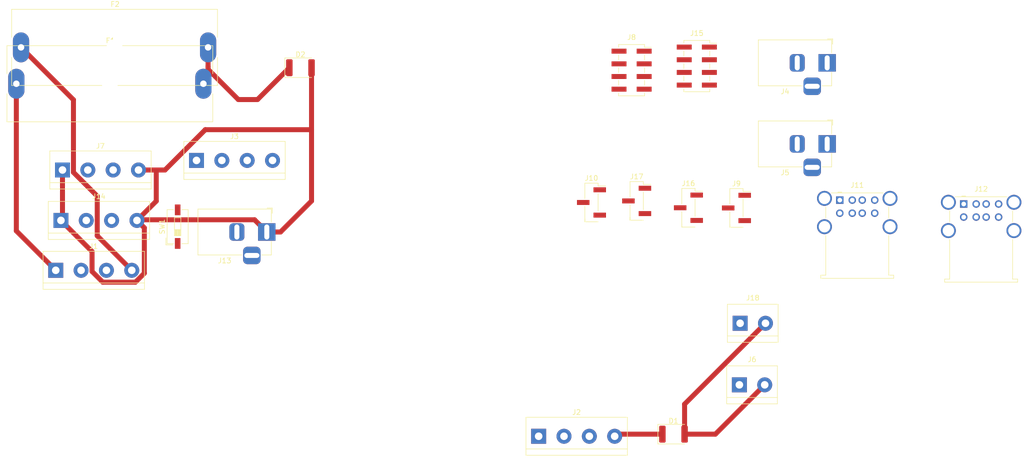
<source format=kicad_pcb>
(kicad_pcb (version 20211014) (generator pcbnew)
  (layers (0 "F.Cu" signal) (31 "B.Cu" signal) (34 "B.Paste" user) (35 "F.Paste" user) (36 "B.SilkS" user "B.Silkscreen") (37 "F.SilkS" user "F.Silkscreen") (38 "B.Mask" user) (39 "F.Mask" user) (44 "Edge.Cuts" user))
  (net 0 "")
  (net 1 "+12V")
  (net 2 "IN2")
  (net 3 "GND")
  (net 4 "RL_IS")
  (net 5 "IN1")
  (net 6 "PWM2")
  (net 7 "PWM3")
  (net 16 "LL_IS")
  (net 17 "LR_IS")
  (net 18 "PWM5")
  (net 19 "PWM4")
  (net 20 "-12V")
  (net 21 "OUT1")
  (net 22 "RR_IS")
  (net 23 "ENABLE")
  (net 24 "RLPWM")
  (net 25 "RRPWM")
  (net 26 "LLPWM")
  (net 27 "LRPWM")
  (net 28 "Net-(D2-Pad1)")
  (net 29 "Net-(D1-Pad2)")
  (net 30 "Net-(D2-Pad2)")
  (footprint "TerminalBlock:TerminalBlock_bornier-4_P5.08mm" (layer "F.Cu") (at 54.11 91.66)
    (fp_text reference "J1" (at 7.6 -4.8) (layer "F.SilkS"))
    (fp_text value "Battery")
    (fp_line (start 17.78 2.54) (end -2.54 2.54) (layer "F.SilkS") (width 0.12))
    (fp_line (start 17.78 3.81) (end 17.78 -3.81) (layer "F.SilkS") (width 0.12))
    (fp_line (start -2.54 -3.81) (end 17.78 -3.81) (layer "F.SilkS") (width 0.12))
    (fp_line (start -2.54 3.81) (end 17.78 3.81) (layer "F.SilkS") (width 0.12))
    (fp_line (start -2.54 -3.81) (end -2.54 3.81) (layer "F.SilkS") (width 0.12))
    (pad "1" thru_hole rect (at 0 0) (size 3 3) (drill 1.52) (layers *.Cu *.Mask) (net 1 "+12V"))
    (pad "2" thru_hole circle (at 5.08 0) (size 3 3) (drill 1.52) (layers *.Cu *.Mask) (net 20 "-12V"))
    (pad "3" thru_hole circle (at 10.16 0) (size 3 3) (drill 1.52) (layers *.Cu *.Mask) (net 20 "-12V"))
    (pad "4" thru_hole circle (at 15.24 0) (size 3 3) (drill 1.52) (layers *.Cu *.Mask) (net 1 "+12V"))
  )
  (footprint "Connector_BarrelJack:BarrelJack_Horizontal" (layer "F.Cu") (at 96.42 83.9825)
    (fp_text reference "J13" (at -8.45 5.75) (layer "F.SilkS"))
    (fp_text value "Charging")
    (fp_line (start -13.8 -4.6) (end 0.9 -4.6) (layer "F.SilkS") (width 0.12))
    (fp_line (start -13.8 4.6) (end -13.8 -4.6) (layer "F.SilkS") (width 0.12))
    (fp_line (start -5 4.6) (end -13.8 4.6) (layer "F.SilkS") (width 0.12))
    (fp_line (start 1.1 -3.75) (end 1.1 -4.8) (layer "F.SilkS") (width 0.12))
    (fp_line (start 0.9 1.9) (end 0.9 4.6) (layer "F.SilkS") (width 0.12))
    (fp_line (start 0.9 -4.6) (end 0.9 -2) (layer "F.SilkS") (width 0.12))
    (fp_line (start 0.05 -4.8) (end 1.1 -4.8) (layer "F.SilkS") (width 0.12))
    (fp_line (start 0.9 4.6) (end -1 4.6) (layer "F.SilkS") (width 0.12))
    (pad "1" thru_hole rect (at 0 0) (size 3.5 3.5) (drill oval 1 3) (layers *.Cu *.Mask) (net 30 "Net-(D2-Pad2)"))
    (pad "2" thru_hole roundrect (at -6 0) (size 3 3.5) (drill oval 1 3) (layers *.Cu *.Mask) (net 20 "-12V"))
    (pad "3" thru_hole roundrect (at -3 4.7) (size 3.5 3.5) (drill oval 3 1) (layers *.Cu *.Mask))
  )
  (footprint "Connector_USB:USB_A_Wuerth_61400826021_Horizontal_Stacked" (layer "F.Cu") (at 236.13 78.37)
    (fp_text reference "J12" (at 3.5 -3) (layer "F.SilkS"))
    (fp_text value "USB_A_Stacked")
    (fp_line (start -2.81 15.05) (end -2.81 7.08) (layer "F.SilkS") (width 0.12))
    (fp_line (start 10.81 15.05) (end 10.81 15.67) (layer "F.SilkS") (width 0.12))
    (fp_line (start 10.81 15.67) (end -3.81 15.67) (layer "F.SilkS") (width 0.12))
    (fp_line (start 9.81 3.58) (end 9.81 1.4) (layer "F.SilkS") (width 0.12))
    (fp_line (start -3.81 15.67) (end -3.81 15.05) (layer "F.SilkS") (width 0.12))
    (fp_line (start 0.4 -1.6) (end -0.4 -1.6) (layer "F.SilkS") (width 0.12))
    (fp_line (start 9.81 15.05) (end 10.81 15.05) (layer "F.SilkS") (width 0.12))
    (fp_line (start 9.81 7.08) (end 9.81 15.05) (layer "F.SilkS") (width 0.12))
    (fp_line (start -1.69 -1.45) (end 8.69 -1.45) (layer "F.SilkS") (width 0.12))
    (fp_line (start -2.81 3.58) (end -2.81 1.4) (layer "F.SilkS") (width 0.12))
    (fp_line (start -3.81 15.05) (end -2.81 15.05) (layer "F.SilkS") (width 0.12))
    (pad "1" thru_hole rect (at 0 0) (size 1.5 1.5) (drill 0.92) (layers *.Cu *.Mask) (net 2 "IN2"))
    (pad "2" thru_hole circle (at 2.5 0) (size 1.5 1.5) (drill 0.92) (layers *.Cu *.Mask))
    (pad "3" thru_hole circle (at 4.5 0) (size 1.5 1.5) (drill 0.92) (layers *.Cu *.Mask))
    (pad "4" thru_hole circle (at 7 0) (size 1.5 1.5) (drill 0.92) (layers *.Cu *.Mask) (net 3 "GND"))
    (pad "5" thru_hole circle (at 0 2.62) (size 1.5 1.5) (drill 0.92) (layers *.Cu *.Mask) (net 2 "IN2"))
    (pad "6" thru_hole circle (at 2.5 2.62) (size 1.5 1.5) (drill 0.92) (layers *.Cu *.Mask))
    (pad "7" thru_hole circle (at 4.5 2.62) (size 1.5 1.5) (drill 0.92) (layers *.Cu *.Mask))
    (pad "8" thru_hole circle (at 7 2.62) (size 1.5 1.5) (drill 0.92) (layers *.Cu *.Mask) (net 3 "GND"))
    (pad "9" thru_hole circle (at -3.07 5.33) (size 3 3) (drill 2.3) (layers *.Cu *.Mask) (net 3 "GND"))
    (pad "9" thru_hole circle (at -3.07 -0.35) (size 3 3) (drill 2.3) (layers *.Cu *.Mask) (net 3 "GND"))
    (pad "9" thru_hole circle (at 10.07 -0.35) (size 3 3) (drill 2.3) (layers *.Cu *.Mask) (net 3 "GND"))
    (pad "9" thru_hole circle (at 10.07 5.33) (size 3 3) (drill 2.3) (layers *.Cu *.Mask) (net 3 "GND"))
  )
  (footprint "Connector_USB:USB_A_Wuerth_61400826021_Horizontal_Stacked" (layer "F.Cu") (at 211.29 77.59)
    (fp_text reference "J11" (at 3.5 -3) (layer "F.SilkS"))
    (fp_text value "USB_A_Stacked")
    (fp_line (start 9.81 3.58) (end 9.81 1.4) (layer "F.SilkS") (width 0.12))
    (fp_line (start 10.81 15.05) (end 10.81 15.67) (layer "F.SilkS") (width 0.12))
    (fp_line (start -3.81 15.67) (end -3.81 15.05) (layer "F.SilkS") (width 0.12))
    (fp_line (start -3.81 15.05) (end -2.81 15.05) (layer "F.SilkS") (width 0.12))
    (fp_line (start 10.81 15.67) (end -3.81 15.67) (layer "F.SilkS") (width 0.12))
    (fp_line (start -2.81 3.58) (end -2.81 1.4) (layer "F.SilkS") (width 0.12))
    (fp_line (start 0.4 -1.6) (end -0.4 -1.6) (layer "F.SilkS") (width 0.12))
    (fp_line (start 9.81 15.05) (end 10.81 15.05) (layer "F.SilkS") (width 0.12))
    (fp_line (start 9.81 7.08) (end 9.81 15.05) (layer "F.SilkS") (width 0.12))
    (fp_line (start -2.81 15.05) (end -2.81 7.08) (layer "F.SilkS") (width 0.12))
    (fp_line (start -1.69 -1.45) (end 8.69 -1.45) (layer "F.SilkS") (width 0.12))
    (pad "1" thru_hole rect (at 0 0) (size 1.5 1.5) (drill 0.92) (layers *.Cu *.Mask) (net 2 "IN2"))
    (pad "2" thru_hole circle (at 2.5 0) (size 1.5 1.5) (drill 0.92) (layers *.Cu *.Mask))
    (pad "3" thru_hole circle (at 4.5 0) (size 1.5 1.5) (drill 0.92) (layers *.Cu *.Mask))
    (pad "4" thru_hole circle (at 7 0) (size 1.5 1.5) (drill 0.92) (layers *.Cu *.Mask) (net 3 "GND"))
    (pad "5" thru_hole circle (at 0 2.62) (size 1.5 1.5) (drill 0.92) (layers *.Cu *.Mask) (net 2 "IN2"))
    (pad "6" thru_hole circle (at 2.5 2.62) (size 1.5 1.5) (drill 0.92) (layers *.Cu *.Mask))
    (pad "7" thru_hole circle (at 4.5 2.62) (size 1.5 1.5) (drill 0.92) (layers *.Cu *.Mask))
    (pad "8" thru_hole circle (at 7 2.62) (size 1.5 1.5) (drill 0.92) (layers *.Cu *.Mask) (net 3 "GND"))
    (pad "9" thru_hole circle (at 10.07 -0.35) (size 3 3) (drill 2.3) (layers *.Cu *.Mask) (net 3 "GND"))
    (pad "9" thru_hole circle (at 10.07 5.33) (size 3 3) (drill 2.3) (layers *.Cu *.Mask) (net 3 "GND"))
    (pad "9" thru_hole circle (at -3.07 5.33) (size 3 3) (drill 2.3) (layers *.Cu *.Mask) (net 3 "GND"))
    (pad "9" thru_hole circle (at -3.07 -0.35) (size 3 3) (drill 2.3) (layers *.Cu *.Mask) (net 3 "GND"))
  )
  (footprint "Button_Switch_SMD:SW_DIP_SPSTx01_Slide_6.7x4.1mm_W6.73mm_P2.54mm_LowProfile_JPin" (layer "F.Cu") (at 78.55 82.91 90)
    (fp_text reference "SW1" (at 0 -3.11 90) (layer "F.SilkS"))
    (fp_text value "ON_OFF")
    (fp_line (start -1.81 -0.515) (end -0.603333 -0.515) (layer "F.SilkS") (width 0.12))
    (fp_line (start 3.41 -2.11) (end 3.41 -0.8) (layer "F.SilkS") (width 0.12))
    (fp_line (start -3.65 -2.35) (end -2.267 -2.35) (layer "F.SilkS") (width 0.12))
    (fp_line (start 3.41 0.8) (end 3.41 2.11) (layer "F.SilkS") (width 0.12))
    (fp_line (start -3.41 2.11) (end 3.41 2.11) (layer "F.SilkS") (width 0.12))
    (fp_line (start -3.65 -2.35) (end -3.65 -0.967) (layer "F.SilkS") (width 0.12))
    (fp_line (start -1.81 -0.395) (end -0.603333 -0.395) (layer "F.SilkS") (width 0.12))
    (fp_line (start -3.41 0.8) (end -3.41 2.11) (layer "F.SilkS") (width 0.12))
    (fp_line (start 1.81 0.635) (end 1.81 -0.635) (layer "F.SilkS") (width 0.12))
    (fp_line (start -1.81 -0.635) (end -1.81 0.635) (layer "F.SilkS") (width 0.12))
    (fp_line (start -3.41 -2.11) (end -3.41 -0.8) (layer "F.SilkS") (width 0.12))
    (fp_line (start -0.603333 -0.635) (end -0.603333 0.635) (layer "F.SilkS") (width 0.12))
    (fp_line (start -1.81 0.635) (end 1.81 0.635) (layer "F.SilkS") (width 0.12))
    (fp_line (start -1.81 0.565) (end -0.603333 0.565) (layer "F.SilkS") (width 0.12))
    (fp_line (start -1.81 0.205) (end -0.603333 0.205) (layer "F.SilkS") (width 0.12))
    (fp_line (start -1.81 0.325) (end -0.603333 0.325) (layer "F.SilkS") (width 0.12))
    (fp_line (start 1.81 -0.635) (end -1.81 -0.635) (layer "F.SilkS") (width 0.12))
    (fp_line (start -1.81 -0.155) (end -0.603333 -0.155) (layer "F.SilkS") (width 0.12))
    (fp_line (start -1.81 0.085) (end -0.603333 0.085) (layer "F.SilkS") (width 0.12))
    (fp_line (start -3.41 -2.11) (end 3.41 -2.11) (layer "F.SilkS") (width 0.12))
    (fp_line (start -1.81 -0.035) (end -0.603333 -0.035) (layer "F.SilkS") (width 0.12))
    (fp_line (start -1.81 0.445) (end -0.603333 0.445) (layer "F.SilkS") (width 0.12))
    (fp_line (start -1.81 -0.275) (end -0.603333 -0.275) (layer "F.SilkS") (width 0.12))
    (pad "1" smd rect (at -3.365 0 90) (size 2.16 1.12) (layers "F.Cu" "F.Paste" "F.Mask") (net 30 "Net-(D2-Pad2)"))
    (pad "2" smd rect (at 3.365 0 90) (size 2.16 1.12) (layers "F.Cu" "F.Paste" "F.Mask") (net 20 "-12V"))
  )
  (footprint "Connector_PinHeader_2.54mm:PinHeader_1x03_P2.54mm_Vertical_SMD_Pin1Right" (layer "F.Cu") (at 190.57 79.16)
    (fp_text reference "J9" (at 0 -4.87) (layer "F.SilkS"))
    (fp_text value "Servo")
    (fp_line (start -1.33 -3.87) (end 1.33 -3.87) (layer "F.SilkS") (width 0.12))
    (fp_line (start -1.33 0.76) (end -1.33 3.87) (layer "F.SilkS") (width 0.12))
    (fp_line (start 1.33 -3.87) (end 1.33 -3.3) (layer "F.SilkS") (width 0.12))
    (fp_line (start 1.33 -3.3) (end 2.85 -3.3) (layer "F.SilkS") (width 0.12))
    (fp_line (start -1.33 -3.87) (end -1.33 -0.76) (layer "F.SilkS") (width 0.12))
    (fp_line (start 1.33 -1.78) (end 1.33 1.78) (layer "F.SilkS") (width 0.12))
    (fp_line (start -1.33 3.87) (end 1.33 3.87) (layer "F.SilkS") (width 0.12))
    (fp_line (start -1.33 3.3) (end -1.33 3.87) (layer "F.SilkS") (width 0.12))
    (pad "1" smd rect (at 1.655 -2.54) (size 2.51 1) (layers "F.Cu" "F.Paste" "F.Mask") (net 6 "PWM2"))
    (pad "2" smd rect (at -1.655 0) (size 2.51 1) (layers "F.Cu" "F.Paste" "F.Mask") (net 2 "IN2"))
    (pad "3" smd rect (at 1.655 2.54) (size 2.51 1) (layers "F.Cu" "F.Paste" "F.Mask") (net 3 "GND"))
  )
  (footprint "Fuse:Fuseholder_Cylinder-6.3x32mm_Schurter_0031-8002_Horizontal_Open" (layer "F.Cu") (at 46.21 54.26)
    (fp_text reference "F1" (at 18.85 -8.65) (layer "F.SilkS"))
    (fp_text value "15A")
    (fp_line (start 39.38 -7.63) (end 39.38 -2) (layer "F.SilkS") (width 0.12))
    (fp_line (start -1.88 -7.63) (end -1.88 -2) (layer "F.SilkS") (width 0.12))
    (fp_line (start 39.38 7.63) (end -1.88 7.63) (layer "F.SilkS") (width 0.12))
    (fp_line (start 39.38 2) (end 39.38 7.63) (layer "F.SilkS") (width 0.12))
    (fp_line (start -1.88 2) (end -1.88 7.63) (layer "F.SilkS") (width 0.12))
    (fp_line (start -1.88 -7.63) (end 39.38 -7.63) (layer "F.SilkS") (width 0.12))
    (pad "" np_thru_hole circle (at 18.75 0) (size 3.2 3.2) (drill 3.2) (layers *.Cu *.Mask))
    (pad "1" thru_hole oval (at 0 0) (size 3.25 6) (drill 1.3) (layers *.Cu *.Mask) (net 1 "+12V"))
    (pad "2" thru_hole oval (at 37.5 0) (size 3.25 6) (drill 1.3) (layers *.Cu *.Mask) (net 28 "Net-(D2-Pad1)"))
  )
  (footprint "TerminalBlock:TerminalBlock_bornier-2_P5.08mm" (layer "F.Cu") (at 191.16 114.62)
    (fp_text reference "J6" (at 2.54 -5.08) (layer "F.SilkS"))
    (fp_text value "RMotor_Bat")
    (fp_line (start -2.54 -3.81) (end -2.54 3.81) (layer "F.SilkS") (width 0.12))
    (fp_line (start -2.54 3.81) (end 7.62 3.81) (layer "F.SilkS") (width 0.12))
    (fp_line (start 7.62 2.54) (end -2.54 2.54) (layer "F.SilkS") (width 0.12))
    (fp_line (start 7.62 -3.81) (end -2.54 -3.81) (layer "F.SilkS") (width 0.12))
    (fp_line (start 7.62 3.81) (end 7.62 -3.81) (layer "F.SilkS") (width 0.12))
    (pad "1" thru_hole rect (at 0 0) (size 3 3) (drill 1.52) (layers *.Cu *.Mask) (net 3 "GND"))
    (pad "2" thru_hole circle (at 5.08 0) (size 3 3) (drill 1.52) (layers *.Cu *.Mask) (net 29 "Net-(D1-Pad2)"))
  )
  (footprint "Connector_BarrelJack:BarrelJack_Horizontal" (layer "F.Cu") (at 208.76 66.3225)
    (fp_text reference "J5" (at -8.45 5.75) (layer "F.SilkS"))
    (fp_text value "Hohlstecker")
    (fp_line (start -5 4.6) (end -13.8 4.6) (layer "F.SilkS") (width 0.12))
    (fp_line (start 0.9 4.6) (end -1 4.6) (layer "F.SilkS") (width 0.12))
    (fp_line (start 0.9 -4.6) (end 0.9 -2) (layer "F.SilkS") (width 0.12))
    (fp_line (start 0.05 -4.8) (end 1.1 -4.8) (layer "F.SilkS") (width 0.12))
    (fp_line (start -13.8 4.6) (end -13.8 -4.6) (layer "F.SilkS") (width 0.12))
    (fp_line (start 1.1 -3.75) (end 1.1 -4.8) (layer "F.SilkS") (width 0.12))
    (fp_line (start 0.9 1.9) (end 0.9 4.6) (layer "F.SilkS") (width 0.12))
    (fp_line (start -13.8 -4.6) (end 0.9 -4.6) (layer "F.SilkS") (width 0.12))
    (pad "1" thru_hole rect (at 0 0) (size 3.5 3.5) (drill oval 1 3) (layers *.Cu *.Mask) (net 5 "IN1"))
    (pad "2" thru_hole roundrect (at -6 0) (size 3 3.5) (drill oval 1 3) (layers *.Cu *.Mask) (net 3 "GND"))
    (pad "3" thru_hole roundrect (at -3 4.7) (size 3.5 3.5) (drill oval 3 1) (layers *.Cu *.Mask))
  )
  (footprint "Connector_PinSocket_2.54mm:PinSocket_2x04_P2.54mm_Vertical_SMD" (layer "F.Cu") (at 169.55 51.54)
    (fp_text reference "J8" (at 0 -6.58) (layer "F.SilkS"))
    (fp_text value "MotorR")
    (fp_line (start -2.6 2.03) (end -2.6 3.05) (layer "F.SilkS") (width 0.12))
    (fp_line (start 2.6 -4.57) (end 3.96 -4.57) (layer "F.SilkS") (width 0.12))
    (fp_line (start 2.6 -0.51) (end 2.6 0.51) (layer "F.SilkS") (width 0.12))
    (fp_line (start -2.6 -0.51) (end -2.6 0.51) (layer "F.SilkS") (width 0.12))
    (fp_line (start -2.6 4.57) (end -2.6 5.14) (layer "F.SilkS") (width 0.12))
    (fp_line (start 2.6 -3.05) (end 2.6 -2.03) (layer "F.SilkS") (width 0.12))
    (fp_line (start -2.6 -3.05) (end -2.6 -2.03) (layer "F.SilkS") (width 0.12))
    (fp_line (start -2.6 -5.14) (end -2.6 -4.57) (layer "F.SilkS") (width 0.12))
    (fp_line (start -2.6 5.14) (end 2.6 5.14) (layer "F.SilkS") (width 0.12))
    (fp_line (start -2.6 -5.14) (end 2.6 -5.14) (layer "F.SilkS") (width 0.12))
    (fp_line (start 2.6 -5.14) (end 2.6 -4.57) (layer "F.SilkS") (width 0.12))
    (fp_line (start 2.6 4.57) (end 2.6 5.14) (layer "F.SilkS") (width 0.12))
    (fp_line (start 2.6 2.03) (end 2.6 3.05) (layer "F.SilkS") (width 0.12))
    (pad "1" smd rect (at 2.52 -3.81) (size 3 1) (layers "F.Cu" "F.Paste" "F.Mask") (net 3 "GND"))
    (pad "2" smd rect (at -2.52 -3.81) (size 3 1) (layers "F.Cu" "F.Paste" "F.Mask") (net 2 "IN2"))
    (pad "3" smd rect (at 2.52 -1.27) (size 3 1) (layers "F.Cu" "F.Paste" "F.Mask") (net 4 "RL_IS"))
    (pad "4" smd rect (at -2.52 -1.27) (size 3 1) (layers "F.Cu" "F.Paste" "F.Mask") (net 22 "RR_IS"))
    (pad "5" smd rect (at 2.52 1.27) (size 3 1) (layers "F.Cu" "F.Paste" "F.Mask") (net 23 "ENABLE"))
    (pad "6" smd rect (at -2.52 1.27) (size 3 1) (layers "F.Cu" "F.Paste" "F.Mask") (net 23 "ENABLE"))
    (pad "7" smd rect (at 2.52 3.81) (size 3 1) (layers "F.Cu" "F.Paste" "F.Mask") (net 24 "RLPWM"))
    (pad "8" smd rect (at -2.52 3.81) (size 3 1) (layers "F.Cu" "F.Paste" "F.Mask") (net 25 "RRPWM"))
  )
  (footprint "Diode_SMD:D_1812_4532Metric_Pad1.30x3.40mm_HandSolder" (layer "F.Cu") (at 103.165 51.05)
    (fp_text reference "D2" (at 0 -2.65) (layer "F.SilkS"))
    (fp_text value "DIODE")
    (fp_line (start 2.25 -1.96) (end -3.135 -1.96) (layer "F.SilkS") (width 0.12))
    (fp_line (start -3.135 -1.96) (end -3.135 1.96) (layer "F.SilkS") (width 0.12))
    (fp_line (start -3.135 1.96) (end 2.25 1.96) (layer "F.SilkS") (width 0.12))
    (pad "1" smd roundrect (at -2.225 0) (size 1.3 3.4) (layers "F.Cu" "F.Paste" "F.Mask") (roundrect_rratio 0.192308) (net 28 "Net-(D2-Pad1)"))
    (pad "2" smd roundrect (at 2.225 0) (size 1.3 3.4) (layers "F.Cu" "F.Paste" "F.Mask") (roundrect_rratio 0.192308) (net 30 "Net-(D2-Pad2)"))
  )
  (footprint "Connector_PinSocket_2.54mm:PinSocket_2x04_P2.54mm_Vertical_SMD" (layer "F.Cu") (at 182.625 50.72)
    (fp_text reference "J15" (at 0 -6.58) (layer "F.SilkS"))
    (fp_text value "MotorL")
    (fp_line (start 2.6 4.57) (end 2.6 5.14) (layer "F.SilkS") (width 0.12))
    (fp_line (start -2.6 4.57) (end -2.6 5.14) (layer "F.SilkS") (width 0.12))
    (fp_line (start 2.6 -4.57) (end 3.96 -4.57) (layer "F.SilkS") (width 0.12))
    (fp_line (start 2.6 2.03) (end 2.6 3.05) (layer "F.SilkS") (width 0.12))
    (fp_line (start 2.6 -5.14) (end 2.6 -4.57) (layer "F.SilkS") (width 0.12))
    (fp_line (start -2.6 5.14) (end 2.6 5.14) (layer "F.SilkS") (width 0.12))
    (fp_line (start 2.6 -3.05) (end 2.6 -2.03) (layer "F.SilkS") (width 0.12))
    (fp_line (start -2.6 2.03) (end -2.6 3.05) (layer "F.SilkS") (width 0.12))
    (fp_line (start -2.6 -3.05) (end -2.6 -2.03) (layer "F.SilkS") (width 0.12))
    (fp_line (start -2.6 -5.14) (end 2.6 -5.14) (layer "F.SilkS") (width 0.12))
    (fp_line (start -2.6 -5.14) (end -2.6 -4.57) (layer "F.SilkS") (width 0.12))
    (fp_line (start 2.6 -0.51) (end 2.6 0.51) (layer "F.SilkS") (width 0.12))
    (fp_line (start -2.6 -0.51) (end -2.6 0.51) (layer "F.SilkS") (width 0.12))
    (pad "1" smd rect (at 2.52 -3.81) (size 3 1) (layers "F.Cu" "F.Paste" "F.Mask") (net 3 "GND"))
    (pad "2" smd rect (at -2.52 -3.81) (size 3 1) (layers "F.Cu" "F.Paste" "F.Mask") (net 2 "IN2"))
    (pad "3" smd rect (at 2.52 -1.27) (size 3 1) (layers "F.Cu" "F.Paste" "F.Mask") (net 16 "LL_IS"))
    (pad "4" smd rect (at -2.52 -1.27) (size 3 1) (layers "F.Cu" "F.Paste" "F.Mask") (net 17 "LR_IS"))
    (pad "5" smd rect (at 2.52 1.27) (size 3 1) (layers "F.Cu" "F.Paste" "F.Mask") (net 23 "ENABLE"))
    (pad "6" smd rect (at -2.52 1.27) (size 3 1) (layers "F.Cu" "F.Paste" "F.Mask") (net 23 "ENABLE"))
    (pad "7" smd rect (at 2.52 3.81) (size 3 1) (layers "F.Cu" "F.Paste" "F.Mask") (net 26 "LLPWM"))
    (pad "8" smd rect (at -2.52 3.81) (size 3 1) (layers "F.Cu" "F.Paste" "F.Mask") (net 27 "LRPWM"))
  )
  (footprint "TerminalBlock:TerminalBlock_bornier-2_P5.08mm" (layer "F.Cu") (at 191.31 102.28)
    (fp_text reference "J18" (at 2.54 -5.08) (layer "F.SilkS"))
    (fp_text value "LMotor_Bat")
    (fp_line (start -2.54 3.81) (end 7.62 3.81) (layer "F.SilkS") (width 0.12))
    (fp_line (start -2.54 -3.81) (end -2.54 3.81) (layer "F.SilkS") (width 0.12))
    (fp_line (start 7.62 2.54) (end -2.54 2.54) (layer "F.SilkS") (width 0.12))
    (fp_line (start 7.62 -3.81) (end -2.54 -3.81) (layer "F.SilkS") (width 0.12))
    (fp_line (start 7.62 3.81) (end 7.62 -3.81) (layer "F.SilkS") (width 0.12))
    (pad "1" thru_hole rect (at 0 0) (size 3 3) (drill 1.52) (layers *.Cu *.Mask) (net 3 "GND"))
    (pad "2" thru_hole circle (at 5.08 0) (size 3 3) (drill 1.52) (layers *.Cu *.Mask) (net 29 "Net-(D1-Pad2)"))
  )
  (footprint "Connector_PinHeader_2.54mm:PinHeader_1x03_P2.54mm_Vertical_SMD_Pin1Right" (layer "F.Cu") (at 161.51 78.06)
    (fp_text reference "J10" (at 0 -4.87) (layer "F.SilkS"))
    (fp_text value "Servo")
    (fp_line (start -1.33 -3.87) (end -1.33 -0.76) (layer "F.SilkS") (width 0.12))
    (fp_line (start 1.33 -3.3) (end 2.85 -3.3) (layer "F.SilkS") (width 0.12))
    (fp_line (start -1.33 -3.87) (end 1.33 -3.87) (layer "F.SilkS") (width 0.12))
    (fp_line (start 1.33 -3.87) (end 1.33 -3.3) (layer "F.SilkS") (width 0.12))
    (fp_line (start -1.33 0.76) (end -1.33 3.87) (layer "F.SilkS") (width 0.12))
    (fp_line (start -1.33 3.87) (end 1.33 3.87) (layer "F.SilkS") (width 0.12))
    (fp_line (start 1.33 -1.78) (end 1.33 1.78) (layer "F.SilkS") (width 0.12))
    (fp_line (start -1.33 3.3) (end -1.33 3.87) (layer "F.SilkS") (width 0.12))
    (pad "1" smd rect (at 1.655 -2.54) (size 2.51 1) (layers "F.Cu" "F.Paste" "F.Mask") (net 7 "PWM3"))
    (pad "2" smd rect (at -1.655 0) (size 2.51 1) (layers "F.Cu" "F.Paste" "F.Mask") (net 2 "IN2"))
    (pad "3" smd rect (at 1.655 2.54) (size 2.51 1) (layers "F.Cu" "F.Paste" "F.Mask") (net 3 "GND"))
  )
  (footprint "Connector_BarrelJack:BarrelJack_Horizontal" (layer "F.Cu") (at 208.76 50.0725)
    (fp_text reference "J4" (at -8.45 5.75) (layer "F.SilkS"))
    (fp_text value "Hohlstecker")
    (fp_line (start 0.9 -4.6) (end 0.9 -2) (layer "F.SilkS") (width 0.12))
    (fp_line (start -13.8 4.6) (end -13.8 -4.6) (layer "F.SilkS") (width 0.12))
    (fp_line (start 0.9 1.9) (end 0.9 4.6) (layer "F.SilkS") (width 0.12))
    (fp_line (start 0.05 -4.8) (end 1.1 -4.8) (layer "F.SilkS") (width 0.12))
    (fp_line (start 1.1 -3.75) (end 1.1 -4.8) (layer "F.SilkS") (width 0.12))
    (fp_line (start -13.8 -4.6) (end 0.9 -4.6) (layer "F.SilkS") (width 0.12))
    (fp_line (start -5 4.6) (end -13.8 4.6) (layer "F.SilkS") (width 0.12))
    (fp_line (start 0.9 4.6) (end -1 4.6) (layer "F.SilkS") (width 0.12))
    (pad "1" thru_hole rect (at 0 0) (size 3.5 3.5) (drill oval 1 3) (layers *.Cu *.Mask) (net 5 "IN1"))
    (pad "2" thru_hole roundrect (at -6 0) (size 3 3.5) (drill oval 1 3) (layers *.Cu *.Mask) (net 3 "GND"))
    (pad "3" thru_hole roundrect (at -3 4.7) (size 3.5 3.5) (drill oval 3 1) (layers *.Cu *.Mask))
  )
  (footprint "TerminalBlock:TerminalBlock_bornier-4_P5.08mm" (layer "F.Cu") (at 55.15 81.66)
    (fp_text reference "J14" (at 7.6 -4.8) (layer "F.SilkS"))
    (fp_text value "Charging")
    (fp_line (start 17.78 2.54) (end -2.54 2.54) (layer "F.SilkS") (width 0.12))
    (fp_line (start -2.54 -3.81) (end 17.78 -3.81) (layer "F.SilkS") (width 0.12))
    (fp_line (start -2.54 -3.81) (end -2.54 3.81) (layer "F.SilkS") (width 0.12))
    (fp_line (start 17.78 3.81) (end 17.78 -3.81) (layer "F.SilkS") (width 0.12))
    (fp_line (start -2.54 3.81) (end 17.78 3.81) (layer "F.SilkS") (width 0.12))
    (pad "1" thru_hole rect (at 0 0) (size 3 3) (drill 1.52) (layers *.Cu *.Mask) (net 30 "Net-(D2-Pad2)"))
    (pad "2" thru_hole circle (at 5.08 0) (size 3 3) (drill 1.52) (layers *.Cu *.Mask) (net 20 "-12V"))
    (pad "3" thru_hole circle (at 10.16 0) (size 3 3) (drill 1.52) (layers *.Cu *.Mask) (net 20 "-12V"))
    (pad "4" thru_hole circle (at 15.24 0) (size 3 3) (drill 1.52) (layers *.Cu *.Mask) (net 30 "Net-(D2-Pad2)"))
  )
  (footprint "Connector_PinHeader_2.54mm:PinHeader_1x03_P2.54mm_Vertical_SMD_Pin1Right" (layer "F.Cu") (at 180.945 79.12)
    (fp_text reference "J16" (at 0 -4.87) (layer "F.SilkS"))
    (fp_text value "Servo")
    (fp_line (start -1.33 -3.87) (end 1.33 -3.87) (layer "F.SilkS") (width 0.12))
    (fp_line (start -1.33 0.76) (end -1.33 3.87) (layer "F.SilkS") (width 0.12))
    (fp_line (start -1.33 3.87) (end 1.33 3.87) (layer "F.SilkS") (width 0.12))
    (fp_line (start 1.33 -3.3) (end 2.85 -3.3) (layer "F.SilkS") (width 0.12))
    (fp_line (start -1.33 -3.87) (end -1.33 -0.76) (layer "F.SilkS") (width 0.12))
    (fp_line (start -1.33 3.3) (end -1.33 3.87) (layer "F.SilkS") (width 0.12))
    (fp_line (start 1.33 -1.78) (end 1.33 1.78) (layer "F.SilkS") (width 0.12))
    (fp_line (start 1.33 -3.87) (end 1.33 -3.3) (layer "F.SilkS") (width 0.12))
    (pad "1" smd rect (at 1.655 -2.54) (size 2.51 1) (layers "F.Cu" "F.Paste" "F.Mask") (net 18 "PWM5"))
    (pad "2" smd rect (at -1.655 0) (size 2.51 1) (layers "F.Cu" "F.Paste" "F.Mask") (net 2 "IN2"))
    (pad "3" smd rect (at 1.655 2.54) (size 2.51 1) (layers "F.Cu" "F.Paste" "F.Mask") (net 3 "GND"))
  )
  (footprint "TerminalBlock:TerminalBlock_bornier-4_P5.08mm" (layer "F.Cu") (at 55.46 71.55)
    (fp_text reference "J7" (at 7.6 -4.8) (layer "F.SilkS"))
    (fp_text value "Solar")
    (fp_line (start 17.78 2.54) (end -2.54 2.54) (layer "F.SilkS") (width 0.12))
    (fp_line (start -2.54 -3.81) (end 17.78 -3.81) (layer "F.SilkS") (width 0.12))
    (fp_line (start 17.78 3.81) (end 17.78 -3.81) (layer "F.SilkS") (width 0.12))
    (fp_line (start -2.54 3.81) (end 17.78 3.81) (layer "F.SilkS") (width 0.12))
    (fp_line (start -2.54 -3.81) (end -2.54 3.81) (layer "F.SilkS") (width 0.12))
    (pad "1" thru_hole rect (at 0 0) (size 3 3) (drill 1.52) (layers *.Cu *.Mask) (net 30 "Net-(D2-Pad2)"))
    (pad "2" thru_hole circle (at 5.08 0) (size 3 3) (drill 1.52) (layers *.Cu *.Mask) (net 20 "-12V"))
    (pad "3" thru_hole circle (at 10.16 0) (size 3 3) (drill 1.52) (layers *.Cu *.Mask) (net 20 "-12V"))
    (pad "4" thru_hole circle (at 15.24 0) (size 3 3) (drill 1.52) (layers *.Cu *.Mask) (net 30 "Net-(D2-Pad2)"))
  )
  (footprint "Diode_SMD:D_1812_4532Metric_Pad1.30x3.40mm_HandSolder" (layer "F.Cu") (at 177.95 124.51)
    (fp_text reference "D1" (at 0 -2.65) (layer "F.SilkS"))
    (fp_text value "DIODE")
    (fp_line (start -3.135 1.96) (end 2.25 1.96) (layer "F.SilkS") (width 0.12))
    (fp_line (start 2.25 -1.96) (end -3.135 -1.96) (layer "F.SilkS") (width 0.12))
    (fp_line (start -3.135 -1.96) (end -3.135 1.96) (layer "F.SilkS") (width 0.12))
    (pad "1" smd roundrect (at -2.225 0) (size 1.3 3.4) (layers "F.Cu" "F.Paste" "F.Mask") (roundrect_rratio 0.192308) (net 5 "IN1"))
    (pad "2" smd roundrect (at 2.225 0) (size 1.3 3.4) (layers "F.Cu" "F.Paste" "F.Mask") (roundrect_rratio 0.192308) (net 29 "Net-(D1-Pad2)"))
  )
  (footprint "Fuse:Fuseholder_Cylinder-6.3x32mm_Schurter_0031-8002_Horizontal_Open" (layer "F.Cu") (at 47.15 46.97)
    (fp_text reference "F2" (at 18.85 -8.65) (layer "F.SilkS"))
    (fp_text value "15A")
    (fp_line (start 39.38 7.63) (end -1.88 7.63) (layer "F.SilkS") (width 0.12))
    (fp_line (start -1.88 -7.63) (end 39.38 -7.63) (layer "F.SilkS") (width 0.12))
    (fp_line (start 39.38 -7.63) (end 39.38 -2) (layer "F.SilkS") (width 0.12))
    (fp_line (start 39.38 2) (end 39.38 7.63) (layer "F.SilkS") (width 0.12))
    (fp_line (start -1.88 2) (end -1.88 7.63) (layer "F.SilkS") (width 0.12))
    (fp_line (start -1.88 -7.63) (end -1.88 -2) (layer "F.SilkS") (width 0.12))
    (pad "" np_thru_hole circle (at 18.75 0) (size 3.2 3.2) (drill 3.2) (layers *.Cu *.Mask))
    (pad "1" thru_hole oval (at 0 0) (size 3.25 6) (drill 1.3) (layers *.Cu *.Mask) (net 1 "+12V"))
    (pad "2" thru_hole oval (at 37.5 0) (size 3.25 6) (drill 1.3) (layers *.Cu *.Mask) (net 28 "Net-(D2-Pad1)"))
  )
  (footprint "Connector_PinHeader_2.54mm:PinHeader_1x03_P2.54mm_Vertical_SMD_Pin1Right" (layer "F.Cu") (at 170.57 77.75)
    (fp_text reference "J17" (at 0 -4.87) (layer "F.SilkS"))
    (fp_text value "Servo")
    (fp_line (start -1.33 3.87) (end 1.33 3.87) (layer "F.SilkS") (width 0.12))
    (fp_line (start 1.33 -3.3) (end 2.85 -3.3) (layer "F.SilkS") (width 0.12))
    (fp_line (start -1.33 -3.87) (end 1.33 -3.87) (layer "F.SilkS") (width 0.12))
    (fp_line (start 1.33 -1.78) (end 1.33 1.78) (layer "F.SilkS") (width 0.12))
    (fp_line (start -1.33 -3.87) (end -1.33 -0.76) (layer "F.SilkS") (width 0.12))
    (fp_line (start -1.33 0.76) (end -1.33 3.87) (layer "F.SilkS") (width 0.12))
    (fp_line (start -1.33 3.3) (end -1.33 3.87) (layer "F.SilkS") (width 0.12))
    (fp_line (start 1.33 -3.87) (end 1.33 -3.3) (layer "F.SilkS") (width 0.12))
    (pad "1" smd rect (at 1.655 -2.54) (size 2.51 1) (layers "F.Cu" "F.Paste" "F.Mask") (net 19 "PWM4"))
    (pad "2" smd rect (at -1.655 0) (size 2.51 1) (layers "F.Cu" "F.Paste" "F.Mask") (net 2 "IN2"))
    (pad "3" smd rect (at 1.655 2.54) (size 2.51 1) (layers "F.Cu" "F.Paste" "F.Mask") (net 3 "GND"))
  )
  (footprint "TerminalBlock:TerminalBlock_bornier-4_P5.08mm" (layer "F.Cu") (at 150.92 124.93)
    (fp_text reference "J2" (at 7.6 -4.8) (layer "F.SilkS"))
    (fp_text value "VOut")
    (fp_line (start -2.54 -3.81) (end -2.54 3.81) (layer "F.SilkS") (width 0.12))
    (fp_line (start -2.54 3.81) (end 17.78 3.81) (layer "F.SilkS") (width 0.12))
    (fp_line (start 17.78 2.54) (end -2.54 2.54) (layer "F.SilkS") (width 0.12))
    (fp_line (start -2.54 -3.81) (end 17.78 -3.81) (layer "F.SilkS") (width 0.12))
    (fp_line (start 17.78 3.81) (end 17.78 -3.81) (layer "F.SilkS") (width 0.12))
    (pad "1" thru_hole rect (at 0 0) (size 3 3) (drill 1.52) (layers *.Cu *.Mask) (net 5 "IN1"))
    (pad "2" thru_hole circle (at 5.08 0) (size 3 3) (drill 1.52) (layers *.Cu *.Mask) (net 3 "GND"))
    (pad "3" thru_hole circle (at 10.16 0) (size 3 3) (drill 1.52) (layers *.Cu *.Mask) (net 3 "GND"))
    (pad "4" thru_hole circle (at 15.24 0) (size 3 3) (drill 1.52) (layers *.Cu *.Mask) (net 5 "IN1"))
  )
  (footprint "TerminalBlock:TerminalBlock_bornier-4_P5.08mm" (layer "F.Cu") (at 82.33 69.63)
    (fp_text reference "J3" (at 7.6 -4.8) (layer "F.SilkS"))
    (fp_text value "Output")
    (fp_line (start 17.78 3.81) (end 17.78 -3.81) (layer "F.SilkS") (width 0.12))
    (fp_line (start 17.78 2.54) (end -2.54 2.54) (layer "F.SilkS") (width 0.12))
    (fp_line (start -2.54 3.81) (end 17.78 3.81) (layer "F.SilkS") (width 0.12))
    (fp_line (start -2.54 -3.81) (end 17.78 -3.81) (layer "F.SilkS") (width 0.12))
    (fp_line (start -2.54 -3.81) (end -2.54 3.81) (layer "F.SilkS") (width 0.12))
    (pad "1" thru_hole rect (at 0 0) (size 3 3) (drill 1.52) (layers *.Cu *.Mask) (net 21 "OUT1"))
    (pad "2" thru_hole circle (at 5.08 0) (size 3 3) (drill 1.52) (layers *.Cu *.Mask) (net 3 "GND"))
    (pad "3" thru_hole circle (at 10.16 0) (size 3 3) (drill 1.52) (layers *.Cu *.Mask) (net 3 "GND"))
    (pad "4" thru_hole circle (at 15.24 0) (size 3 3) (drill 1.52) (layers *.Cu *.Mask) (net 21 "OUT1"))
  )
  (segment (start 62.429511 76.79) (end 57.659511 72.02) (width 1) (layer "F.Cu") (net 1))
  (segment (start 62.429511 84.739511) (end 62.429511 76.79) (width 1) (layer "F.Cu") (net 1))
  (segment (start 57.659511 72.02) (end 57.659511 57.479511) (width 1) (layer "F.Cu") (net 1))
  (segment (start 46.21 83.76) (end 46.21 54.26) (width 1) (layer "F.Cu") (net 1))
  (segment (start 54.11 91.66) (end 46.21 83.76) (width 1) (layer "F.Cu") (net 1))
  (segment (start 57.659511 57.479511) (end 47.15 46.97) (width 1) (layer "F.Cu") (net 1))
  (segment (start 69.35 91.66) (end 62.429511 84.739511) (width 1) (layer "F.Cu") (net 1))
  (segment (start 166.58 124.51) (end 166.16 124.93) (width 1) (layer "F.Cu") (net 5))
  (segment (start 175.725 124.51) (end 166.58 124.51) (width 1) (layer "F.Cu") (net 5))
  (segment (start 90.71 57.43) (end 94.56 57.43) (width 1) (layer "F.Cu") (net 28))
  (segment (start 84.65 51.37) (end 90.71 57.43) (width 1) (layer "F.Cu") (net 28))
  (segment (start 84.65 53.32) (end 83.71 54.26) (width 1) (layer "F.Cu") (net 28))
  (segment (start 84.65 50.79) (end 84.65 53.32) (width 1) (layer "F.Cu") (net 28))
  (segment (start 84.65 46.97) (end 84.65 50.79) (width 1) (layer "F.Cu") (net 28))
  (segment (start 94.56 57.43) (end 100.94 51.05) (width 1) (layer "F.Cu") (net 28))
  (segment (start 84.65 50.79) (end 84.65 51.37) (width 1) (layer "F.Cu") (net 28))
  (segment (start 186.35 124.51) (end 196.24 114.62) (width 1) (layer "F.Cu") (net 29))
  (segment (start 180.175 124.51) (end 180.175 118.495) (width 1) (layer "F.Cu") (net 29))
  (segment (start 180.175 124.51) (end 186.35 124.51) (width 1) (layer "F.Cu") (net 29))
  (segment (start 180.175 118.495) (end 196.39 102.28) (width 1) (layer "F.Cu") (net 29))
  (segment (start 105.39 63.47) (end 105.39 77.7625) (width 1) (layer "F.Cu") (net 30))
  (segment (start 74.26 77.79) (end 70.39 81.66) (width 1) (layer "F.Cu") (net 30))
  (segment (start 70.51702 81.53298) (end 93.97048 81.53298) (width 1) (layer "F.Cu") (net 30))
  (segment (start 71.87 92.250579) (end 71.87 83.14) (width 1) (layer "F.Cu") (net 30))
  (segment (start 63.539421 94.04) (end 70.080579 94.04) (width 1) (layer "F.Cu") (net 30))
  (segment (start 74.26 71.55) (end 74.26 77.79) (width 1) (layer "F.Cu") (net 30))
  (segment (start 71.87 83.14) (end 70.39 81.66) (width 1) (layer "F.Cu") (net 30))
  (segment (start 61.389511 87.899511) (end 61.389511 91.89009) (width 1) (layer "F.Cu") (net 30))
  (segment (start 74.26 71.55) (end 70.7 71.55) (width 1) (layer "F.Cu") (net 30))
  (segment (start 93.97048 81.53298) (end 96.42 83.9825) (width 1) (layer "F.Cu") (net 30))
  (segment (start 105.39 63.47) (end 84.090978 63.47) (width 1) (layer "F.Cu") (net 30))
  (segment (start 55.46 81.35) (end 55.15 81.66) (width 1) (layer "F.Cu") (net 30))
  (segment (start 55.15 81.66) (end 61.389511 87.899511) (width 1) (layer "F.Cu") (net 30))
  (segment (start 84.090978 63.47) (end 76.010978 71.55) (width 1) (layer "F.Cu") (net 30))
  (segment (start 55.46 71.55) (end 55.46 81.35) (width 1) (layer "F.Cu") (net 30))
  (segment (start 70.080579 94.04) (end 71.87 92.250579) (width 1) (layer "F.Cu") (net 30))
  (segment (start 105.39 51.05) (end 105.39 63.47) (width 1) (layer "F.Cu") (net 30))
  (segment (start 99.17 83.9825) (end 96.42 83.9825) (width 1) (layer "F.Cu") (net 30))
  (segment (start 76.010978 71.55) (end 74.26 71.55) (width 1) (layer "F.Cu") (net 30))
  (segment (start 61.389511 91.89009) (end 63.539421 94.04) (width 1) (layer "F.Cu") (net 30))
  (segment (start 105.39 77.7625) (end 99.17 83.9825) (width 1) (layer "F.Cu") (net 30))
  (segment (start 70.39 81.66) (end 70.51702 81.53298) (width 1) (layer "F.Cu") (net 30))
)
</source>
